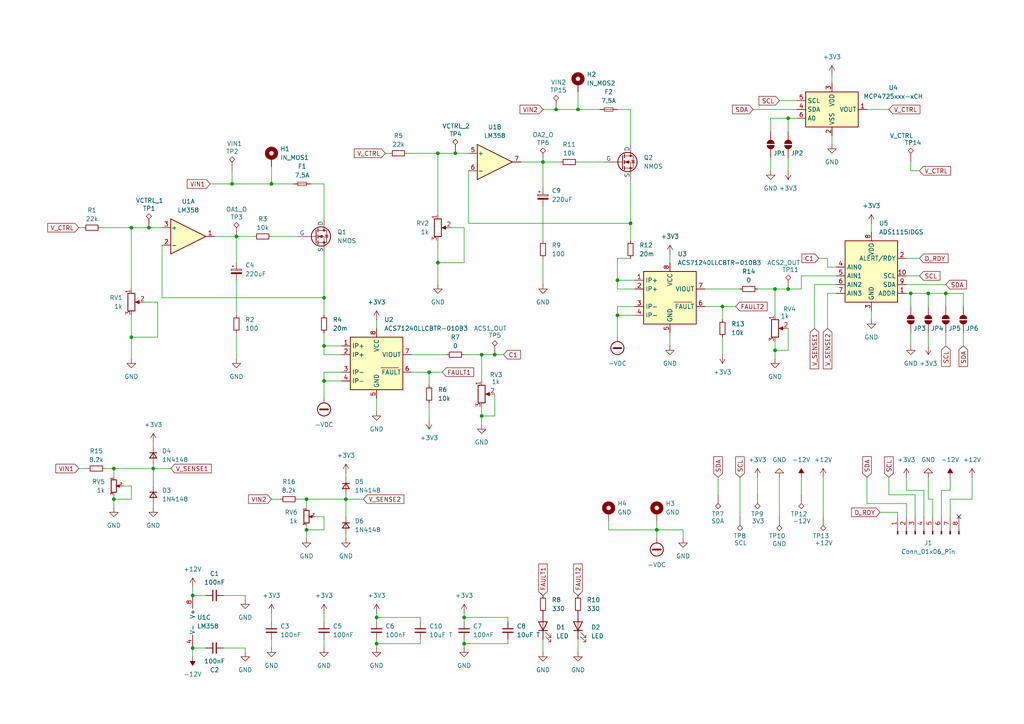
<source format=kicad_sch>
(kicad_sch (version 20231120) (generator "eeschema") (generator_version "8.0")
  (paper "A4")
  (junction (at 43.18 66.04))
  (junction (at 55.88 172.72))
  (junction (at 167.64 31.75))
  (junction (at 78.74 53.34))
  (junction (at 274.32 85.09))
  (junction (at 209.55 88.9))
  (junction (at 139.7 120.65))
  (junction (at 179.07 91.44))
  (junction (at 179.07 81.28))
  (junction (at 109.22 186.69))
  (junction (at 134.62 179.07))
  (junction (at 38.1 66.04))
  (junction (at 33.02 144.78))
  (junction (at 190.5 153.67))
  (junction (at 124.46 107.95))
  (junction (at 109.22 179.07))
  (junction (at 38.1 97.79))
  (junction (at 228.6 34.29))
  (junction (at 33.02 135.89))
  (junction (at 182.88 64.77))
  (junction (at 55.88 187.96))
  (junction (at 100.33 144.78))
  (junction (at 67.31 53.34))
  (junction (at 228.6 83.82))
  (junction (at 88.9 153.67))
  (junction (at 161.29 31.75))
  (junction (at 139.7 102.87))
  (junction (at 157.48 46.99))
  (junction (at 88.9 144.78))
  (junction (at 224.79 101.6))
  (junction (at 93.98 100.33))
  (junction (at 264.16 85.09))
  (junction (at 269.24 85.09))
  (junction (at 127 76.2))
  (junction (at 143.51 102.87))
  (junction (at 68.58 68.58))
  (junction (at 132.08 44.45))
  (junction (at 127 44.45))
  (junction (at 134.62 186.69))
  (junction (at 93.98 110.49))
  (junction (at 44.45 135.89))
  (junction (at 93.98 86.36))
  (junction (at 224.79 83.82))
  (no_connect (at 278.13 149.86))
  (wire (pts (xy 99.06 110.49) (xy 93.98 110.49)))
  (wire (pts (xy 64.77 187.96) (xy 71.12 187.96)))
  (wire (pts (xy 55.88 172.72) (xy 59.69 172.72)))
  (wire (pts (xy 194.31 96.52) (xy 194.31 100.33)))
  (wire (pts (xy 264.16 85.09) (xy 264.16 88.9)))
  (wire (pts (xy 262.89 138.43) (xy 262.89 142.24)))
  (wire (pts (xy 109.22 185.42) (xy 109.22 186.69)))
  (wire (pts (xy 139.7 118.11) (xy 139.7 120.65)))
  (wire (pts (xy 78.74 53.34) (xy 78.74 48.26)))
  (wire (pts (xy 46.99 71.12) (xy 46.99 86.36)))
  (wire (pts (xy 60.96 53.34) (xy 67.31 53.34)))
  (wire (pts (xy 93.98 110.49) (xy 93.98 115.57)))
  (wire (pts (xy 33.02 143.51) (xy 33.02 144.78)))
  (wire (pts (xy 90.17 53.34) (xy 93.98 53.34)))
  (wire (pts (xy 251.46 138.43) (xy 251.46 146.05)))
  (wire (pts (xy 88.9 144.78) (xy 100.33 144.78)))
  (wire (pts (xy 182.88 31.75) (xy 182.88 41.91)))
  (wire (pts (xy 182.88 64.77) (xy 182.88 69.85)))
  (wire (pts (xy 86.36 144.78) (xy 88.9 144.78)))
  (wire (pts (xy 55.88 187.96) (xy 55.88 190.5)))
  (wire (pts (xy 224.79 99.06) (xy 224.79 101.6)))
  (wire (pts (xy 204.47 88.9) (xy 209.55 88.9)))
  (wire (pts (xy 237.49 74.93) (xy 240.03 74.93)))
  (wire (pts (xy 281.94 144.78) (xy 275.59 144.78)))
  (wire (pts (xy 109.22 177.8) (xy 109.22 179.07)))
  (wire (pts (xy 139.7 120.65) (xy 143.51 120.65)))
  (wire (pts (xy 228.6 83.82) (xy 232.41 83.82)))
  (wire (pts (xy 274.32 85.09) (xy 279.4 85.09)))
  (wire (pts (xy 67.31 53.34) (xy 78.74 53.34)))
  (wire (pts (xy 182.88 52.07) (xy 182.88 64.77)))
  (wire (pts (xy 179.07 74.93) (xy 179.07 81.28)))
  (wire (pts (xy 252.73 64.77) (xy 252.73 67.31)))
  (wire (pts (xy 179.07 81.28) (xy 184.15 81.28)))
  (wire (pts (xy 100.33 144.78) (xy 100.33 149.86)))
  (wire (pts (xy 134.62 179.07) (xy 147.32 179.07)))
  (wire (pts (xy 264.16 85.09) (xy 269.24 85.09)))
  (wire (pts (xy 270.51 144.78) (xy 270.51 149.86)))
  (wire (pts (xy 22.86 66.04) (xy 24.13 66.04)))
  (wire (pts (xy 68.58 81.28) (xy 68.58 91.44)))
  (wire (pts (xy 238.76 138.43) (xy 238.76 149.86)))
  (wire (pts (xy 240.03 85.09) (xy 242.57 85.09)))
  (wire (pts (xy 209.55 97.79) (xy 209.55 102.87)))
  (wire (pts (xy 179.07 81.28) (xy 179.07 83.82)))
  (wire (pts (xy 88.9 144.78) (xy 88.9 147.32)))
  (wire (pts (xy 157.48 59.69) (xy 157.48 69.85)))
  (wire (pts (xy 134.62 186.69) (xy 147.32 186.69)))
  (wire (pts (xy 22.86 135.89) (xy 25.4 135.89)))
  (wire (pts (xy 127 69.85) (xy 127 76.2)))
  (wire (pts (xy 100.33 137.16) (xy 100.33 138.43)))
  (wire (pts (xy 46.99 86.36) (xy 93.98 86.36)))
  (wire (pts (xy 228.6 95.25) (xy 228.6 101.6)))
  (wire (pts (xy 184.15 91.44) (xy 179.07 91.44)))
  (wire (pts (xy 71.12 172.72) (xy 71.12 173.99)))
  (wire (pts (xy 240.03 95.25) (xy 240.03 85.09)))
  (wire (pts (xy 93.98 96.52) (xy 93.98 100.33)))
  (wire (pts (xy 93.98 100.33) (xy 99.06 100.33)))
  (wire (pts (xy 127 44.45) (xy 127 62.23)))
  (wire (pts (xy 119.38 107.95) (xy 124.46 107.95)))
  (wire (pts (xy 43.18 66.04) (xy 46.99 66.04)))
  (wire (pts (xy 232.41 83.82) (xy 232.41 80.01)))
  (wire (pts (xy 179.07 91.44) (xy 179.07 97.79)))
  (wire (pts (xy 134.62 179.07) (xy 134.62 180.34)))
  (wire (pts (xy 135.89 49.53) (xy 135.89 64.77)))
  (wire (pts (xy 38.1 144.78) (xy 33.02 144.78)))
  (wire (pts (xy 93.98 177.8) (xy 93.98 180.34)))
  (wire (pts (xy 179.07 74.93) (xy 182.88 74.93)))
  (wire (pts (xy 257.81 143.51) (xy 265.43 143.51)))
  (wire (pts (xy 99.06 107.95) (xy 93.98 107.95)))
  (wire (pts (xy 194.31 73.66) (xy 194.31 76.2)))
  (wire (pts (xy 38.1 140.97) (xy 38.1 144.78)))
  (wire (pts (xy 184.15 88.9) (xy 179.07 88.9)))
  (wire (pts (xy 274.32 85.09) (xy 274.32 88.9)))
  (wire (pts (xy 33.02 135.89) (xy 44.45 135.89)))
  (wire (pts (xy 134.62 186.69) (xy 134.62 187.96)))
  (wire (pts (xy 224.79 101.6) (xy 228.6 101.6)))
  (wire (pts (xy 78.74 185.42) (xy 78.74 187.96)))
  (wire (pts (xy 224.79 83.82) (xy 224.79 91.44)))
  (wire (pts (xy 240.03 74.93) (xy 240.03 77.47)))
  (wire (pts (xy 208.28 138.43) (xy 208.28 143.51)))
  (wire (pts (xy 93.98 107.95) (xy 93.98 110.49)))
  (wire (pts (xy 262.89 80.01) (xy 266.7 80.01)))
  (wire (pts (xy 167.64 185.42) (xy 167.64 189.23)))
  (wire (pts (xy 68.58 68.58) (xy 73.66 68.58)))
  (wire (pts (xy 93.98 100.33) (xy 93.98 102.87)))
  (wire (pts (xy 100.33 144.78) (xy 105.41 144.78)))
  (wire (pts (xy 269.24 85.09) (xy 274.32 85.09)))
  (wire (pts (xy 264.16 46.99) (xy 264.16 49.53)))
  (wire (pts (xy 275.59 144.78) (xy 275.59 149.86)))
  (wire (pts (xy 121.92 180.34) (xy 121.92 179.07)))
  (wire (pts (xy 219.71 138.43) (xy 219.71 143.51)))
  (wire (pts (xy 157.48 46.99) (xy 157.48 54.61)))
  (wire (pts (xy 93.98 53.34) (xy 93.98 63.5)))
  (wire (pts (xy 93.98 102.87) (xy 99.06 102.87)))
  (wire (pts (xy 119.38 102.87) (xy 129.54 102.87)))
  (wire (pts (xy 262.89 85.09) (xy 264.16 85.09)))
  (wire (pts (xy 279.4 85.09) (xy 279.4 88.9)))
  (wire (pts (xy 29.21 66.04) (xy 38.1 66.04)))
  (wire (pts (xy 264.16 49.53) (xy 266.7 49.53)))
  (wire (pts (xy 223.52 34.29) (xy 223.52 38.1)))
  (wire (pts (xy 134.62 66.04) (xy 134.62 76.2)))
  (wire (pts (xy 190.5 153.67) (xy 198.12 153.67)))
  (wire (pts (xy 262.89 146.05) (xy 262.89 149.86)))
  (wire (pts (xy 161.29 31.75) (xy 167.64 31.75)))
  (wire (pts (xy 219.71 83.82) (xy 224.79 83.82)))
  (wire (pts (xy 236.22 82.55) (xy 242.57 82.55)))
  (wire (pts (xy 260.35 149.86) (xy 260.35 148.59)))
  (wire (pts (xy 88.9 153.67) (xy 88.9 156.21)))
  (wire (pts (xy 274.32 96.52) (xy 274.32 100.33)))
  (wire (pts (xy 270.51 144.78) (xy 269.24 144.78)))
  (wire (pts (xy 179.07 88.9) (xy 179.07 91.44)))
  (wire (pts (xy 264.16 96.52) (xy 264.16 100.33)))
  (wire (pts (xy 228.6 45.72) (xy 228.6 49.53)))
  (wire (pts (xy 62.23 68.58) (xy 68.58 68.58)))
  (wire (pts (xy 35.56 140.97) (xy 38.1 140.97)))
  (wire (pts (xy 93.98 149.86) (xy 93.98 153.67)))
  (wire (pts (xy 88.9 152.4) (xy 88.9 153.67)))
  (wire (pts (xy 167.64 46.99) (xy 175.26 46.99)))
  (wire (pts (xy 67.31 49.53) (xy 67.31 53.34)))
  (wire (pts (xy 265.43 143.51) (xy 265.43 149.86)))
  (wire (pts (xy 134.62 102.87) (xy 139.7 102.87)))
  (wire (pts (xy 130.81 66.04) (xy 134.62 66.04)))
  (wire (pts (xy 93.98 86.36) (xy 93.98 91.44)))
  (wire (pts (xy 228.6 34.29) (xy 228.6 38.1)))
  (wire (pts (xy 78.74 68.58) (xy 86.36 68.58)))
  (wire (pts (xy 44.45 128.27) (xy 44.45 129.54)))
  (wire (pts (xy 214.63 138.43) (xy 214.63 149.86)))
  (wire (pts (xy 93.98 153.67) (xy 88.9 153.67)))
  (wire (pts (xy 93.98 185.42) (xy 93.98 187.96)))
  (wire (pts (xy 241.3 21.59) (xy 241.3 24.13)))
  (wire (pts (xy 226.06 29.21) (xy 231.14 29.21)))
  (wire (pts (xy 139.7 102.87) (xy 139.7 110.49)))
  (wire (pts (xy 267.97 142.24) (xy 267.97 149.86)))
  (wire (pts (xy 223.52 45.72) (xy 223.52 49.53)))
  (wire (pts (xy 38.1 97.79) (xy 38.1 104.14)))
  (wire (pts (xy 240.03 77.47) (xy 242.57 77.47)))
  (wire (pts (xy 85.09 53.34) (xy 78.74 53.34)))
  (wire (pts (xy 109.22 115.57) (xy 109.22 119.38)))
  (wire (pts (xy 121.92 185.42) (xy 121.92 186.69)))
  (wire (pts (xy 147.32 180.34) (xy 147.32 179.07)))
  (wire (pts (xy 176.53 153.67) (xy 190.5 153.67)))
  (wire (pts (xy 132.08 44.45) (xy 135.89 44.45)))
  (wire (pts (xy 33.02 144.78) (xy 33.02 147.32)))
  (wire (pts (xy 179.07 83.82) (xy 184.15 83.82)))
  (wire (pts (xy 157.48 185.42) (xy 157.48 189.23)))
  (wire (pts (xy 124.46 107.95) (xy 128.27 107.95)))
  (wire (pts (xy 38.1 66.04) (xy 43.18 66.04)))
  (wire (pts (xy 236.22 95.25) (xy 236.22 82.55)))
  (wire (pts (xy 45.72 97.79) (xy 38.1 97.79)))
  (wire (pts (xy 157.48 31.75) (xy 161.29 31.75)))
  (wire (pts (xy 179.07 31.75) (xy 182.88 31.75)))
  (wire (pts (xy 251.46 31.75) (xy 257.81 31.75)))
  (wire (pts (xy 109.22 92.71) (xy 109.22 95.25)))
  (wire (pts (xy 38.1 66.04) (xy 38.1 83.82)))
  (wire (pts (xy 209.55 88.9) (xy 213.36 88.9)))
  (wire (pts (xy 55.88 187.96) (xy 59.69 187.96)))
  (wire (pts (xy 78.74 144.78) (xy 81.28 144.78)))
  (wire (pts (xy 93.98 73.66) (xy 93.98 86.36)))
  (wire (pts (xy 226.06 138.43) (xy 226.06 149.86)))
  (wire (pts (xy 55.88 170.18) (xy 55.88 172.72)))
  (wire (pts (xy 279.4 96.52) (xy 279.4 100.33)))
  (wire (pts (xy 275.59 138.43) (xy 275.59 142.24)))
  (wire (pts (xy 157.48 74.93) (xy 157.48 82.55)))
  (wire (pts (xy 134.62 185.42) (xy 134.62 186.69)))
  (wire (pts (xy 167.64 31.75) (xy 167.64 26.67)))
  (wire (pts (xy 231.14 34.29) (xy 228.6 34.29)))
  (wire (pts (xy 275.59 142.24) (xy 273.05 142.24)))
  (wire (pts (xy 91.44 149.86) (xy 93.98 149.86)))
  (wire (pts (xy 228.6 34.29) (xy 223.52 34.29)))
  (wire (pts (xy 232.41 138.43) (xy 232.41 143.51)))
  (wire (pts (xy 100.33 143.51) (xy 100.33 144.78)))
  (wire (pts (xy 68.58 96.52) (xy 68.58 104.14)))
  (wire (pts (xy 262.89 82.55) (xy 274.32 82.55)))
  (wire (pts (xy 111.76 44.45) (xy 113.03 44.45)))
  (wire (pts (xy 273.05 142.24) (xy 273.05 149.86)))
  (wire (pts (xy 38.1 91.44) (xy 38.1 97.79)))
  (wire (pts (xy 143.51 102.87) (xy 146.05 102.87)))
  (wire (pts (xy 204.47 83.82) (xy 214.63 83.82)))
  (wire (pts (xy 190.5 156.21) (xy 190.5 153.67)))
  (wire (pts (xy 232.41 80.01) (xy 242.57 80.01)))
  (wire (pts (xy 44.45 134.62) (xy 44.45 135.89)))
  (wire (pts (xy 33.02 135.89) (xy 33.02 138.43)))
  (wire (pts (xy 109.22 186.69) (xy 121.92 186.69)))
  (wire (pts (xy 218.44 31.75) (xy 231.14 31.75)))
  (wire (pts (xy 262.89 142.24) (xy 267.97 142.24)))
  (wire (pts (xy 44.45 135.89) (xy 49.53 135.89)))
  (wire (pts (xy 190.5 151.13) (xy 190.5 153.67)))
  (wire (pts (xy 100.33 154.94) (xy 100.33 156.21)))
  (wire (pts (xy 118.11 44.45) (xy 127 44.45)))
  (wire (pts (xy 262.89 74.93) (xy 266.7 74.93)))
  (wire (pts (xy 71.12 187.96) (xy 71.12 189.23)))
  (wire (pts (xy 134.62 177.8) (xy 134.62 179.07)))
  (wire (pts (xy 269.24 138.43) (xy 269.24 144.78)))
  (wire (pts (xy 143.51 114.3) (xy 143.51 120.65)))
  (wire (pts (xy 139.7 120.65) (xy 139.7 123.19)))
  (wire (pts (xy 30.48 135.89) (xy 33.02 135.89)))
  (wire (pts (xy 251.46 146.05) (xy 262.89 146.05)))
  (wire (pts (xy 44.45 146.05) (xy 44.45 147.32)))
  (wire (pts (xy 78.74 177.8) (xy 78.74 180.34)))
  (wire (pts (xy 157.48 46.99) (xy 162.56 46.99)))
  (wire (pts (xy 151.13 46.99) (xy 157.48 46.99)))
  (wire (pts (xy 68.58 68.58) (xy 68.58 76.2)))
  (wire (pts (xy 44.45 135.89) (xy 44.45 140.97)))
  (wire (pts (xy 198.12 153.67) (xy 198.12 156.21)))
  (wire (pts (xy 224.79 83.82) (xy 228.6 83.82)))
  (wire (pts (xy 281.94 138.43) (xy 281.94 144.78)))
  (wire (pts (xy 252.73 90.17) (xy 252.73 92.71)))
  (wire (pts (xy 224.79 101.6) (xy 224.79 104.14)))
  (wire (pts (xy 64.77 172.72) (xy 71.12 172.72)))
  (wire (pts (xy 176.53 151.13) (xy 176.53 153.67)))
  (wire (pts (xy 134.62 76.2) (xy 127 76.2)))
  (wire (pts (xy 124.46 107.95) (xy 124.46 111.76)))
  (wire (pts (xy 127 44.45) (xy 132.08 44.45)))
  (wire (pts (xy 109.22 186.69) (xy 109.22 187.96)))
  (wire (pts (xy 147.32 185.42) (xy 147.32 186.69)))
  (wire (pts (xy 269.24 85.09) (xy 269.24 88.9)))
  (wire (pts (xy 127 76.2) (xy 127 82.55)))
  (wire (pts (xy 209.55 88.9) (xy 209.55 92.71)))
  (wire (pts (xy 109.22 179.07) (xy 121.92 179.07)))
  (wire (pts (xy 257.81 138.43) (xy 257.81 143.51)))
  (wire (pts (xy 269.24 96.52) (xy 269.24 100.33)))
  (wire (pts (xy 173.99 31.75) (xy 167.64 31.75)))
  (wire (pts (xy 45.72 87.63) (xy 45.72 97.79)))
  (wire (pts (xy 139.7 102.87) (xy 143.51 102.87)))
  (wire (pts (xy 124.46 116.84) (xy 124.46 121.92)))
  (wire (pts (xy 260.35 148.59) (xy 255.27 148.59)))
  (wire (pts (xy 241.3 39.37) (xy 241.3 41.91)))
  (wire (pts (xy 41.91 87.63) (xy 45.72 87.63)))
  (wire (pts (xy 135.89 64.77) (xy 182.88 64.77)))
  (wire (pts (xy 109.22 179.07) (xy 109.22 180.34)))
  (global_label "FAULT2" (shape input) (at 167.64 172.72 90) (property "Intersheetrefs" "${INTERSHEET_REFS}" (effects (hide yes))))
  (global_label "FAULT1" (shape input) (at 157.48 172.72 90) (property "Intersheetrefs" "${INTERSHEET_REFS}" (effects (hide yes))))
  (global_label "V_CTRL" (shape input) (at 111.76 44.45 180) (property "Intersheetrefs" "${INTERSHEET_REFS}" (effects (hide yes))))
  (global_label "SDA" (shape input) (at 208.28 138.43 90) (property "Intersheetrefs" "${INTERSHEET_REFS}" (effects (hide yes))))
  (global_label "FAULT1" (shape input) (at 128.27 107.95 0) (property "Intersheetrefs" "${INTERSHEET_REFS}" (effects (hide yes))))
  (global_label "VIN1" (shape input) (at 60.96 53.34 180) (property "Intersheetrefs" "${INTERSHEET_REFS}" (effects (hide yes))))
  (global_label "V_CTRL" (shape input) (at 266.7 49.53 0) (property "Intersheetrefs" "${INTERSHEET_REFS}" (effects (hide yes))))
  (global_label "SCL" (shape input) (at 274.32 100.33 270) (property "Intersheetrefs" "${INTERSHEET_REFS}" (effects (hide yes))))
  (global_label "C1" (shape input) (at 146.05 102.87 0) (property "Intersheetrefs" "${INTERSHEET_REFS}" (effects (hide yes))))
  (global_label "SCL" (shape input) (at 226.06 29.21 180) (property "Intersheetrefs" "${INTERSHEET_REFS}" (effects (hide yes))))
  (global_label "VIN2" (shape input) (at 157.48 31.75 180) (property "Intersheetrefs" "${INTERSHEET_REFS}" (effects (hide yes))))
  (global_label "D_RDY" (shape input) (at 255.27 148.59 180) (property "Intersheetrefs" "${INTERSHEET_REFS}" (effects (hide yes))))
  (global_label "VIN2" (shape input) (at 78.74 144.78 180) (property "Intersheetrefs" "${INTERSHEET_REFS}" (effects (hide yes))))
  (global_label "V_SENSE2" (shape input) (at 105.41 144.78 0) (property "Intersheetrefs" "${INTERSHEET_REFS}" (effects (hide yes))))
  (global_label "SDA" (shape input) (at 251.46 138.43 90) (property "Intersheetrefs" "${INTERSHEET_REFS}" (effects (hide yes))))
  (global_label "SDA" (shape input) (at 279.4 100.33 270) (property "Intersheetrefs" "${INTERSHEET_REFS}" (effects (hide yes))))
  (global_label "SDA" (shape input) (at 218.44 31.75 180) (property "Intersheetrefs" "${INTERSHEET_REFS}" (effects (hide yes))))
  (global_label "SCL" (shape input) (at 214.63 138.43 90) (property "Intersheetrefs" "${INTERSHEET_REFS}" (effects (hide yes))))
  (global_label "SDA" (shape input) (at 274.32 82.55 0) (property "Intersheetrefs" "${INTERSHEET_REFS}" (effects (hide yes))))
  (global_label "D_RDY" (shape input) (at 266.7 74.93 0) (property "Intersheetrefs" "${INTERSHEET_REFS}" (effects (hide yes))))
  (global_label "V_SENSE2" (shape input) (at 240.03 95.25 270) (property "Intersheetrefs" "${INTERSHEET_REFS}" (effects (hide yes))))
  (global_label "SCL" (shape input) (at 266.7 80.01 0) (property "Intersheetrefs" "${INTERSHEET_REFS}" (effects (hide yes))))
  (global_label "VIN1" (shape input) (at 22.86 135.89 180) (property "Intersheetrefs" "${INTERSHEET_REFS}" (effects (hide yes))))
  (global_label "FAULT2" (shape input) (at 213.36 88.9 0) (property "Intersheetrefs" "${INTERSHEET_REFS}" (effects (hide yes))))
  (global_label "V_CTRL" (shape input) (at 257.81 31.75 0) (property "Intersheetrefs" "${INTERSHEET_REFS}" (effects (hide yes))))
  (global_label "SCL" (shape input) (at 257.81 138.43 90) (property "Intersheetrefs" "${INTERSHEET_REFS}" (effects (hide yes))))
  (global_label "V_SENSE1" (shape input) (at 49.53 135.89 0) (property "Intersheetrefs" "${INTERSHEET_REFS}" (effects (hide yes))))
  (global_label "C1" (shape input) (at 237.49 74.93 180) (property "Intersheetrefs" "${INTERSHEET_REFS}" (effects (hide yes))))
  (global_label "V_CTRL" (shape input) (at 22.86 66.04 180) (property "Intersheetrefs" "${INTERSHEET_REFS}" (effects (hide yes))))
  (global_label "V_SENSE1" (shape input) (at 236.22 95.25 270) (property "Intersheetrefs" "${INTERSHEET_REFS}" (effects (hide yes))))
  (symbol (lib_id "Device:D_Small") (at 100.33 140.97 270) (unit 1)
    (property "Reference" "D5" (at 102.87 139.6999 90) (effects (justify left)))
    (property "Value" "1N4148" (at 102.87 142.2399 90) (effects (justify left)))
    (property "Footprint" "Diode_SMD:D_SOD-323" (effects (hide yes)))
    (property "Description" "Diode, small symbol" (effects (hide yes)))
    (property "Sim.Device" "D" (effects (hide yes)))
    (property "Sim.Pins" "1=K 2=A" (effects (hide yes)))
  )
  (symbol (lib_id "power:GND") (at 157.48 82.55 0) (unit 1)
    (property "Reference" "#PWR023" (effects (hide yes)))
    (property "Value" "GND" (at 157.48 87.63 0))
    (property "Description" "Power symbol creates a global label with name \"GND\" , ground" (effects (hide yes)))
  )
  (symbol (lib_id "Device:R_Small") (at 217.17 83.82 90) (unit 1)
    (property "Reference" "R14" (at 217.17 78.74 90))
    (property "Value" "0" (at 217.17 81.28 90))
    (property "Footprint" "Resistor_SMD:R_0805_2012Metric" (effects (hide yes)))
    (property "Description" "Resistor, small symbol" (effects (hide yes)))
  )
  (symbol (lib_id "power:+3V3") (at 228.6 49.53 180) (unit 1)
    (property "Reference" "#PWR035" (effects (hide yes)))
    (property "Value" "+3V3" (at 228.6 54.61 0))
    (property "Description" "Power symbol creates a global label with name \"+3V3\"" (effects (hide yes)))
  )
  (symbol (lib_id "power:-VDC") (at 93.98 115.57 180) (unit 1)
    (property "Reference" "#PWR014" (effects (hide yes)))
    (property "Value" "-VDC" (at 93.98 123.19 0))
    (property "Description" "Power symbol creates a global label with name \"-VDC\"" (effects (hide yes)))
  )
  (symbol (lib_id "power:GND") (at 224.79 104.14 0) (unit 1)
    (property "Reference" "#PWR036" (effects (hide yes)))
    (property "Value" "GND" (at 224.79 109.22 0))
    (property "Description" "Power symbol creates a global label with name \"GND\" , ground" (effects (hide yes)))
  )
  (symbol (lib_id "Connector:TestPoint_Alt") (at 238.76 149.86 180) (unit 1)
    (property "Reference" "TP13" (at 240.538 155.448 0) (effects (justify left)))
    (property "Value" "+12V" (at 241.554 157.48 0) (effects (justify left)))
    (property "Footprint" "TestPoint:TestPoint_Pad_D2.5mm" (effects (hide yes)))
    (property "Description" "test point (alternative shape)" (effects (hide yes)))
  )
  (symbol (lib_id "power:-12V") (at 275.59 138.43 0) (unit 1)
    (property "Reference" "#PWR047" (effects (hide yes)))
    (property "Value" "-12V" (at 275.59 133.35 0))
    (property "Description" "Power symbol creates a global label with name \"-12V\"" (effects (hide yes)))
  )
  (symbol (lib_id "power:GND") (at 100.33 156.21 0) (unit 1)
    (property "Reference" "#PWR052" (effects (hide yes)))
    (property "Value" "GND" (at 100.33 161.29 0))
    (property "Description" "Power symbol creates a global label with name \"GND\" , ground" (effects (hide yes)))
  )
  (symbol (lib_id "power:GND") (at 241.3 41.91 0) (unit 1)
    (property "Reference" "#PWR040" (effects (hide yes)))
    (property "Value" "GND" (at 241.3 46.99 0))
    (property "Description" "Power symbol creates a global label with name \"GND\" , ground" (effects (hide yes)))
  )
  (symbol (lib_id "Device:C_Small") (at 121.92 182.88 0) (unit 1)
    (property "Reference" "C10" (at 124.46 181.6162 0) (effects (justify left)))
    (property "Value" "10uF T" (at 124.46 184.1562 0) (effects (justify left)))
    (property "Footprint" "Capacitor_SMD:C_1206_3216Metric" (effects (hide yes)))
    (property "Description" "Unpolarized capacitor, small symbol" (effects (hide yes)))
  )
  (symbol (lib_id "power:+3V3") (at 219.71 138.43 0) (unit 1)
    (property "Reference" "#PWR032" (effects (hide yes)))
    (property "Value" "+3V3" (at 219.71 133.35 0))
    (property "Description" "Power symbol creates a global label with name \"+3V3\"" (effects (hide yes)))
  )
  (symbol (lib_id "Device:R_Small") (at 132.08 102.87 90) (unit 1)
    (property "Reference" "R7" (at 132.08 97.79 90))
    (property "Value" "0" (at 132.08 100.33 90))
    (property "Footprint" "Resistor_SMD:R_0805_2012Metric" (effects (hide yes)))
    (property "Description" "Resistor, small symbol" (effects (hide yes)))
  )
  (symbol (lib_id "Device:LED") (at 157.48 181.61 90) (unit 1)
    (property "Reference" "D1" (at 161.29 181.9274 90) (effects (justify right)))
    (property "Value" "LED" (at 161.29 184.4674 90) (effects (justify right)))
    (property "Footprint" "LED_SMD:LED_0805_2012Metric" (effects (hide yes)))
    (property "Description" "Light emitting diode" (effects (hide yes)))
  )
  (symbol (lib_id "Device:R_Potentiometer") (at 38.1 87.63 0) (unit 1)
    (property "Reference" "RV1" (at 35.56 86.3599 0) (effects (justify right)))
    (property "Value" "1k" (at 35.56 88.8999 0) (effects (justify right)))
    (property "Footprint" "Potentiometer_THT:Potentiometer_Bourns_3296W_Vertical" (effects (hide yes)))
    (property "Description" "Potentiometer" (effects (hide yes)))
  )
  (symbol (lib_id "power:+3V3") (at 109.22 92.71 0) (unit 1)
    (property "Reference" "#PWR017" (effects (hide yes)))
    (property "Value" "+3V3" (at 109.22 87.63 0))
    (property "Description" "Power symbol creates a global label with name \"+3V3\"" (effects (hide yes)))
  )
  (symbol (lib_id "Device:C_Polarized_Small") (at 157.48 57.15 0) (unit 1)
    (property "Reference" "C9" (at 160.02 55.3338 0) (effects (justify left)))
    (property "Value" "220uF" (at 160.02 57.8738 0) (effects (justify left)))
    (property "Footprint" "Capacitor_SMD:CP_Elec_6.3x5.8" (effects (hide yes)))
    (property "Description" "Polarized capacitor, small symbol" (effects (hide yes)))
  )
  (symbol (lib_id "power:GND") (at 157.48 189.23 0) (unit 1)
    (property "Reference" "#PWR022" (effects (hide yes)))
    (property "Value" "GND" (at 157.48 194.31 0))
    (property "Description" "Power symbol creates a global label with name \"GND\" , ground" (effects (hide yes)))
  )
  (symbol (lib_id "Mechanical:MountingHole_Pad_MP") (at 167.64 24.13 0) (unit 1) (exclude_from_sim yes) (in_bom no)
    (property "Reference" "H2" (at 170.18 21.5899 0) (effects (justify left)))
    (property "Value" "IN_MOS2" (at 170.18 24.1299 0) (effects (justify left)))
    (property "Footprint" "MountingHole:MountingHole_5.3mm_M5_Pad_Via" (effects (hide yes)))
    (property "Description" "Mounting Hole with connection as pad named MP" (effects (hide yes)))
  )
  (symbol (lib_id "Amplifier_Operational:LM358") (at 54.61 68.58 0) (unit 1)
    (property "Reference" "U1" (at 54.61 58.42 0))
    (property "Value" "LM358" (at 54.61 60.96 0))
    (property "Footprint" "Package_SO:SOIC-8_3.9x4.9mm_P1.27mm" (effects (hide yes)))
    (property "Datasheet" "http://www.ti.com/lit/ds/symlink/lm2904-n.pdf" (effects (hide yes)))
    (property "Description" "Low-Power, Dual Operational Amplifiers, DIP-8/SOIC-8/TO-99-8" (effects (hide yes)))
  )
  (symbol (lib_id "power:+3V3") (at 262.89 138.43 0) (unit 1)
    (property "Reference" "#PWR043" (effects (hide yes)))
    (property "Value" "+3V3" (at 262.89 133.35 0))
    (property "Description" "Power symbol creates a global label with name \"+3V3\"" (effects (hide yes)))
  )
  (symbol (lib_id "power:GND") (at 194.31 100.33 0) (unit 1)
    (property "Reference" "#PWR029" (effects (hide yes)))
    (property "Value" "GND" (at 194.31 105.41 0))
    (property "Description" "Power symbol creates a global label with name \"GND\" , ground" (effects (hide yes)))
  )
  (symbol (lib_id "power:+3V3") (at 93.98 177.8 0) (unit 1)
    (property "Reference" "#PWR09" (effects (hide yes)))
    (property "Value" "+3V3" (at 93.98 172.72 0))
    (property "Description" "Power symbol creates a global label with name \"+3V3\"" (effects (hide yes)))
  )
  (symbol (lib_id "Connector:TestPoint_Alt") (at 208.28 143.51 180) (unit 1)
    (property "Reference" "TP7" (at 210.058 149.098 0) (effects (justify left)))
    (property "Value" "SDA" (at 210.058 151.13 0) (effects (justify left)))
    (property "Footprint" "TestPoint:TestPoint_Pad_D2.5mm" (effects (hide yes)))
    (property "Description" "test point (alternative shape)" (effects (hide yes)))
  )
  (symbol (lib_id "Connector:TestPoint_Alt") (at 264.16 46.99 0) (unit 1)
    (property "Reference" "TP14" (at 262.382 41.402 0) (effects (justify left)))
    (property "Value" "V_CTRL" (at 258.064 39.37 0) (effects (justify left)))
    (property "Footprint" "TestPoint:TestPoint_Pad_D2.5mm" (effects (hide yes)))
    (property "Description" "test point (alternative shape)" (effects (hide yes)))
  )
  (symbol (lib_id "Device:R_Small") (at 27.94 135.89 90) (unit 1)
    (property "Reference" "R15" (at 27.94 130.81 90))
    (property "Value" "8.2k" (at 27.94 133.35 90))
    (property "Footprint" "Resistor_SMD:R_0805_2012Metric" (effects (hide yes)))
    (property "Description" "Resistor, small symbol" (effects (hide yes)))
  )
  (symbol (lib_id "power:GND") (at 88.9 156.21 0) (unit 1)
    (property "Reference" "#PWR050" (effects (hide yes)))
    (property "Value" "GND" (at 88.9 161.29 0))
    (property "Description" "Power symbol creates a global label with name \"GND\" , ground" (effects (hide yes)))
  )
  (symbol (lib_id "power:GND") (at 109.22 187.96 0) (unit 1)
    (property "Reference" "#PWR013" (effects (hide yes)))
    (property "Value" "GND" (at 109.22 193.04 0))
    (property "Description" "Power symbol creates a global label with name \"GND\" , ground" (effects (hide yes)))
  )
  (symbol (lib_id "power:+3V3") (at 109.22 177.8 0) (unit 1)
    (property "Reference" "#PWR012" (effects (hide yes)))
    (property "Value" "+3V3" (at 109.22 172.72 0))
    (property "Description" "Power symbol creates a global label with name \"+3V3\"" (effects (hide yes)))
  )
  (symbol (lib_id "power:+12V") (at 281.94 138.43 0) (unit 1)
    (property "Reference" "#PWR048" (effects (hide yes)))
    (property "Value" "+12V" (at 281.94 133.35 0))
    (property "Description" "Power symbol creates a global label with name \"+12V\"" (effects (hide yes)))
  )
  (symbol (lib_id "Connector:TestPoint_Alt") (at 157.48 46.99 0) (unit 1)
    (property "Reference" "TP6" (at 155.702 41.402 0) (effects (justify left)))
    (property "Value" "OA2_O" (at 154.432 39.116 0) (effects (justify left)))
    (property "Footprint" "TestPoint:TestPoint_Pad_D2.5mm" (effects (hide yes)))
    (property "Description" "test point (alternative shape)" (effects (hide yes)))
  )
  (symbol (lib_id "Connector:TestPoint_Alt") (at 67.31 49.53 0) (unit 1)
    (property "Reference" "TP2" (at 65.532 43.942 0) (effects (justify left)))
    (property "Value" "VIN1" (at 65.786 41.656 0) (effects (justify left)))
    (property "Footprint" "TestPoint:TestPoint_Pad_D2.5mm" (effects (hide yes)))
    (property "Description" "test point (alternative shape)" (effects (hide yes)))
  )
  (symbol (lib_id "Jumper:SolderJumper_2_Open") (at 269.24 92.71 90) (unit 1) (exclude_from_sim yes) (in_bom no)
    (property "Reference" "JP4" (at 270.002 95.25 90) (effects (justify right)))
    (property "Value" "SolderJumper_2_Open" (effects (hide yes)))
    (property "Footprint" "Jumper:SolderJumper-2_P1.3mm_Open_RoundedPad1.0x1.5mm" (effects (hide yes)))
    (property "Description" "Solder Jumper, 2-pole, open" (effects (hide yes)))
  )
  (symbol (lib_id "power:+12V") (at 55.88 170.18 0) (unit 1)
    (property "Reference" "#PWR01" (effects (hide yes)))
    (property "Value" "+12V" (at 55.88 165.1 0))
    (property "Description" "Power symbol creates a global label with name \"+12V\"" (effects (hide yes)))
  )
  (symbol (lib_id "Device:LED") (at 167.64 181.61 90) (unit 1)
    (property "Reference" "D2" (at 171.45 181.9274 90) (effects (justify right)))
    (property "Value" "LED" (at 171.45 184.4674 90) (effects (justify right)))
    (property "Footprint" "LED_SMD:LED_0805_2012Metric" (effects (hide yes)))
    (property "Description" "Light emitting diode" (effects (hide yes)))
  )
  (symbol (lib_id "power:GND") (at 167.64 189.23 0) (unit 1)
    (property "Reference" "#PWR024" (effects (hide yes)))
    (property "Value" "GND" (at 167.64 194.31 0))
    (property "Description" "Power symbol creates a global label with name \"GND\" , ground" (effects (hide yes)))
  )
  (symbol (lib_id "Device:C_Small") (at 109.22 182.88 0) (unit 1)
    (property "Reference" "C6" (at 111.76 181.6162 0) (effects (justify left)))
    (property "Value" "100nF" (at 111.76 184.1562 0) (effects (justify left)))
    (property "Footprint" "Capacitor_SMD:C_0805_2012Metric" (effects (hide yes)))
    (property "Description" "Unpolarized capacitor, small symbol" (effects (hide yes)))
  )
  (symbol (lib_id "power:GND") (at 264.16 100.33 0) (unit 1)
    (property "Reference" "#PWR044" (effects (hide yes)))
    (property "Value" "GND" (at 264.16 105.41 0))
    (property "Description" "Power symbol creates a global label with name \"GND\" , ground" (effects (hide yes)))
  )
  (symbol (lib_id "power:-12V") (at 55.88 190.5 180) (unit 1)
    (property "Reference" "#PWR02" (effects (hide yes)))
    (property "Value" "-12V" (at 55.88 195.58 0))
    (property "Description" "Power symbol creates a global label with name \"-12V\"" (effects (hide yes)))
  )
  (symbol (lib_id "power:+3V3") (at 269.24 100.33 180) (unit 1)
    (property "Reference" "#PWR045" (effects (hide yes)))
    (property "Value" "+3V3" (at 269.24 105.41 0))
    (property "Description" "Power symbol creates a global label with name \"+3V3\"" (effects (hide yes)))
  )
  (symbol (lib_id "Device:R_Potentiometer") (at 224.79 95.25 0) (unit 1)
    (property "Reference" "RV4" (at 230.886 89.662 0) (effects (justify right)))
    (property "Value" "1k" (at 228.854 91.694 0) (effects (justify right)))
    (property "Footprint" "Potentiometer_THT:Potentiometer_Bourns_3296W_Vertical" (effects (hide yes)))
    (property "Description" "Potentiometer" (effects (hide yes)))
  )
  (symbol (lib_id "Device:C_Small") (at 134.62 182.88 0) (unit 1)
    (property "Reference" "C7" (at 137.16 181.6162 0) (effects (justify left)))
    (property "Value" "100nF" (at 137.16 184.1562 0) (effects (justify left)))
    (property "Footprint" "Capacitor_SMD:C_0805_2012Metric" (effects (hide yes)))
    (property "Description" "Unpolarized capacitor, small symbol" (effects (hide yes)))
  )
  (symbol (lib_id "Device:C_Small") (at 62.23 187.96 90) (mirror x) (unit 1)
    (property "Reference" "C2" (at 62.2363 194.31 90))
    (property "Value" "100nF" (at 62.2363 191.77 90))
    (property "Footprint" "Capacitor_SMD:C_0805_2012Metric" (effects (hide yes)))
    (property "Description" "Unpolarized capacitor, small symbol" (effects (hide yes)))
  )
  (symbol (lib_id "power:-VDC") (at 179.07 97.79 180) (unit 1)
    (property "Reference" "#PWR026" (effects (hide yes)))
    (property "Value" "-VDC" (at 179.07 105.41 0))
    (property "Description" "Power symbol creates a global label with name \"-VDC\"" (effects (hide yes)))
  )
  (symbol (lib_id "Device:R_Small") (at 167.64 175.26 0) (unit 1)
    (property "Reference" "R10" (at 170.18 173.9899 0) (effects (justify left)))
    (property "Value" "330" (at 170.18 176.5299 0) (effects (justify left)))
    (property "Footprint" "Resistor_SMD:R_0805_2012Metric" (effects (hide yes)))
    (property "Description" "Resistor, small symbol" (effects (hide yes)))
  )
  (symbol (lib_id "Device:R_Small") (at 157.48 175.26 0) (unit 1)
    (property "Reference" "R8" (at 160.02 173.9899 0) (effects (justify left)))
    (property "Value" "330" (at 160.02 176.5299 0) (effects (justify left)))
    (property "Footprint" "Resistor_SMD:R_0805_2012Metric" (effects (hide yes)))
    (property "Description" "Resistor, small symbol" (effects (hide yes)))
  )
  (symbol (lib_id "power:+3V3") (at 78.74 177.8 0) (unit 1)
    (property "Reference" "#PWR06" (effects (hide yes)))
    (property "Value" "+3V3" (at 78.74 172.72 0))
    (property "Description" "Power symbol creates a global label with name \"+3V3\"" (effects (hide yes)))
  )
  (symbol (lib_id "power:GND") (at 198.12 156.21 0) (unit 1)
    (property "Reference" "#PWR030" (effects (hide yes)))
    (property "Value" "GND" (at 198.12 161.29 0))
    (property "Description" "Power symbol creates a global label with name \"GND\" , ground" (effects (hide yes)))
  )
  (symbol (lib_id "Device:R_Small") (at 124.46 114.3 0) (unit 1)
    (property "Reference" "R6" (at 127 113.0299 0) (effects (justify left)))
    (property "Value" "10k" (at 127 115.5699 0) (effects (justify left)))
    (property "Footprint" "Resistor_SMD:R_0805_2012Metric" (effects (hide yes)))
    (property "Description" "Resistor, small symbol" (effects (hide yes)))
  )
  (symbol (lib_id "Connector:TestPoint_Alt") (at 232.41 143.51 180) (unit 1)
    (property "Reference" "TP12" (at 234.188 149.098 0) (effects (justify left)))
    (property "Value" "-12V" (at 235.204 151.13 0) (effects (justify left)))
    (property "Footprint" "TestPoint:TestPoint_Pad_D2.5mm" (effects (hide yes)))
    (property "Description" "test point (alternative shape)" (effects (hide yes)))
  )
  (symbol (lib_id "Mechanical:MountingHole_Pad_MP") (at 190.5 148.59 0) (unit 1) (exclude_from_sim yes) (in_bom no)
    (property "Reference" "H3" (at 193.04 146.0499 0) (effects (justify left)))
    (property "Value" "GND" (at 193.04 148.5899 0) (effects (justify left)))
    (property "Footprint" "MountingHole:MountingHole_5.3mm_M5_Pad_Via" (effects (hide yes)))
    (property "Description" "Mounting Hole with connection as pad named MP" (effects (hide yes)))
  )
  (symbol (lib_id "power:GND") (at 127 82.55 0) (unit 1)
    (property "Reference" "#PWR020" (effects (hide yes)))
    (property "Value" "GND" (at 127 87.63 0))
    (property "Description" "Power symbol creates a global label with name \"GND\" , ground" (effects (hide yes)))
  )
  (symbol (lib_id "Device:R_Potentiometer") (at 127 66.04 0) (unit 1)
    (property "Reference" "RV2" (at 124.46 64.7699 0) (effects (justify right)))
    (property "Value" "1k" (at 124.46 67.3099 0) (effects (justify right)))
    (property "Footprint" "Potentiometer_THT:Potentiometer_Bourns_3296W_Vertical" (effects (hide yes)))
    (property "Description" "Potentiometer" (effects (hide yes)))
  )
  (symbol (lib_id "Device:R_Small") (at 182.88 72.39 0) (unit 1)
    (property "Reference" "R12" (at 185.42 71.1199 0) (effects (justify left)))
    (property "Value" "20m" (at 185.42 73.6599 0) (effects (justify left)))
    (property "Footprint" "Resistor_SMD:R_1210_3225Metric_Pad1.30x2.65mm_HandSolder" (effects (hide yes)))
    (property "Description" "Resistor, small symbol" (effects (hide yes)))
  )
  (symbol (lib_id "Amplifier_Operational:LM358") (at 58.42 180.34 0) (unit 3)
    (property "Reference" "U1" (at 57.15 179.0699 0) (effects (justify left)))
    (property "Value" "LM358" (at 57.15 181.6099 0) (effects (justify left)))
    (property "Footprint" "Package_SO:SOIC-8_3.9x4.9mm_P1.27mm" (effects (hide yes)))
    (property "Datasheet" "http://www.ti.com/lit/ds/symlink/lm2904-n.pdf" (effects (hide yes)))
    (property "Description" "Low-Power, Dual Operational Amplifiers, DIP-8/SOIC-8/TO-99-8" (effects (hide yes)))
  )
  (symbol (lib_id "Connector:Conn_01x08_Pin") (at 267.97 154.94 90) (unit 1)
    (property "Reference" "J1" (at 269.24 157.48 90))
    (property "Value" "Conn_01x06_Pin" (at 269.24 160.02 90))
    (property "Footprint" "Connector_JST:JST_XH_B8B-XH-A_1x08_P2.50mm_Vertical" (effects (hide yes)))
    (property "Description" "Generic connector, single row, 01x08, script generated" (effects (hide yes)))
  )
  (symbol (lib_id "Device:R_Small") (at 209.55 95.25 0) (unit 1)
    (property "Reference" "R13" (at 212.09 93.9799 0) (effects (justify left)))
    (property "Value" "10k" (at 212.09 96.5199 0) (effects (justify left)))
    (property "Footprint" "Resistor_SMD:R_0805_2012Metric" (effects (hide yes)))
    (property "Description" "Resistor, small symbol" (effects (hide yes)))
  )
  (symbol (lib_id "Jumper:SolderJumper_2_Open") (at 264.16 92.71 90) (unit 1) (exclude_from_sim yes) (in_bom no)
    (property "Reference" "JP3" (at 264.922 95.25 90) (effects (justify right)))
    (property "Value" "SolderJumper_2_Open" (effects (hide yes)))
    (property "Footprint" "Jumper:SolderJumper-2_P1.3mm_Open_RoundedPad1.0x1.5mm" (effects (hide yes)))
    (property "Description" "Solder Jumper, 2-pole, open" (effects (hide yes)))
  )
  (symbol (lib_id "Connector:TestPoint_Alt") (at 68.58 68.58 0) (unit 1)
    (property "Reference" "TP3" (at 66.802 62.992 0) (effects (justify left)))
    (property "Value" "OA1_O" (at 65.532 60.706 0) (effects (justify left)))
    (property "Footprint" "TestPoint:TestPoint_Pad_D2.5mm" (effects (hide yes)))
    (property "Description" "test point (alternative shape)" (effects (hide yes)))
  )
  (symbol (lib_id "power:GND") (at 134.62 187.96 0) (unit 1)
    (property "Reference" "#PWR016" (effects (hide yes)))
    (property "Value" "GND" (at 134.62 193.04 0))
    (property "Description" "Power symbol creates a global label with name \"GND\" , ground" (effects (hide yes)))
  )
  (symbol (lib_id "power:-12V") (at 232.41 138.43 0) (unit 1)
    (property "Reference" "#PWR037" (effects (hide yes)))
    (property "Value" "-12V" (at 232.41 133.35 0))
    (property "Description" "Power symbol creates a global label with name \"-12V\"" (effects (hide yes)))
  )
  (symbol (lib_id "Simulation_SPICE:NMOS") (at 91.44 68.58 0) (unit 1)
    (property "Reference" "Q1" (at 97.79 67.3099 0) (effects (justify left)))
    (property "Value" "NMOS" (at 97.79 69.8499 0) (effects (justify left)))
    (property "Footprint" "Package_TO_SOT_THT:TO-247-3_Vertical" (effects (hide yes)))
    (property "Datasheet" "https://ngspice.sourceforge.io/docs/ngspice-html-manual/manual.xhtml#cha_MOSFETs" (effects (hide yes)))
    (property "Description" "N-MOSFET transistor, drain/source/gate" (effects (hide yes)))
    (property "Sim.Device" "NMOS" (effects (hide yes)))
    (property "Sim.Type" "VDMOS" (effects (hide yes)))
    (property "Sim.Pins" "1=D 2=G 3=S" (effects (hide yes)))
  )
  (symbol (lib_id "Connector:TestPoint_Alt") (at 219.71 143.51 180) (unit 1)
    (property "Reference" "TP9" (at 221.488 149.098 0) (effects (justify left)))
    (property "Value" "3V3" (at 221.742 151.13 0) (effects (justify left)))
    (property "Footprint" "TestPoint:TestPoint_Pad_D2.5mm" (effects (hide yes)))
    (property "Description" "test point (alternative shape)" (effects (hide yes)))
  )
  (symbol (lib_id "Device:R_Small") (at 157.48 72.39 0) (unit 1)
    (property "Reference" "R9" (at 160.02 71.1199 0) (effects (justify left)))
    (property "Value" "100" (at 160.02 73.6599 0) (effects (justify left)))
    (property "Footprint" "Resistor_SMD:R_0805_2012Metric" (effects (hide yes)))
    (property "Description" "Resistor, small symbol" (effects (hide yes)))
  )
  (symbol (lib_id "power:GND") (at 38.1 104.14 0) (unit 1)
    (property "Reference" "#PWR03" (effects (hide yes)))
    (property "Value" "GND" (at 38.1 109.22 0))
    (property "Description" "Power symbol creates a global label with name \"GND\" , ground" (effects (hide yes)))
  )
  (symbol (lib_id "Device:R_Potentiometer") (at 139.7 114.3 0) (unit 1)
    (property "Reference" "RV3" (at 145.796 108.712 0) (effects (justify right)))
    (property "Value" "1k" (at 145.034 110.744 0) (effects (justify right)))
    (property "Footprint" "Potentiometer_THT:Potentiometer_Bourns_3296W_Vertical" (effects (hide yes)))
    (property "Description" "Potentiometer" (effects (hide yes)))
  )
  (symbol (lib_id "Device:R_Small") (at 83.82 144.78 90) (unit 1)
    (property "Reference" "R16" (at 83.82 139.7 90))
    (property "Value" "8.2k" (at 83.82 142.24 90))
    (property "Footprint" "Resistor_SMD:R_0805_2012Metric" (effects (hide yes)))
    (property "Description" "Resistor, small symbol" (effects (hide yes)))
  )
  (symbol (lib_id "power:GND") (at 226.06 138.43 180) (unit 1)
    (property "Reference" "#PWR034" (effects (hide yes)))
    (property "Value" "GND" (at 226.06 133.35 0))
    (property "Description" "Power symbol creates a global label with name \"GND\" , ground" (effects (hide yes)))
  )
  (symbol (lib_id "Device:D_Small") (at 100.33 152.4 270) (unit 1)
    (property "Reference" "D6" (at 102.87 151.1299 90) (effects (justify left)))
    (property "Value" "1N4148" (at 102.87 153.6699 90) (effects (justify left)))
    (property "Footprint" "Diode_SMD:D_SOD-323" (effects (hide yes)))
    (property "Description" "Diode, small symbol" (effects (hide yes)))
    (property "Sim.Device" "D" (effects (hide yes)))
    (property "Sim.Pins" "1=K 2=A" (effects (hide yes)))
  )
  (symbol (lib_id "Mechanical:MountingHole_Pad_MP") (at 78.74 45.72 0) (unit 1) (exclude_from_sim yes) (in_bom no)
    (property "Reference" "H1" (at 81.28 43.1799 0) (effects (justify left)))
    (property "Value" "IN_MOS1" (at 81.28 45.7199 0) (effects (justify left)))
    (property "Footprint" "MountingHole:MountingHole_5.3mm_M5_Pad_Via" (effects (hide yes)))
    (property "Description" "Mounting Hole with connection as pad named MP" (effects (hide yes)))
  )
  (symbol (lib_id "power:+3V3") (at 44.45 128.27 0) (unit 1)
    (property "Reference" "#PWR049" (effects (hide yes)))
    (property "Value" "+3V3" (at 44.45 123.19 0))
    (property "Description" "Power symbol creates a global label with name \"+3V3\"" (effects (hide yes)))
  )
  (symbol (lib_id "power:+3V3") (at 134.62 177.8 0) (unit 1)
    (property "Reference" "#PWR015" (effects (hide yes)))
    (property "Value" "+3V3" (at 134.62 172.72 0))
    (property "Description" "Power symbol creates a global label with name \"+3V3\"" (effects (hide yes)))
  )
  (symbol (lib_id "Device:R_Small") (at 26.67 66.04 90) (unit 1)
    (property "Reference" "R1" (at 26.67 60.96 90))
    (property "Value" "22k" (at 26.67 63.5 90))
    (property "Footprint" "Resistor_SMD:R_0805_2012Metric" (effects (hide yes)))
    (property "Description" "Resistor, small symbol" (effects (hide yes)))
  )
  (symbol (lib_id "Device:R_Small") (at 115.57 44.45 90) (unit 1)
    (property "Reference" "R5" (at 115.57 39.37 90))
    (property "Value" "22k" (at 115.57 41.91 90))
    (property "Footprint" "Resistor_SMD:R_0805_2012Metric" (effects (hide yes)))
    (property "Description" "Resistor, small symbol" (effects (hide yes)))
  )
  (symbol (lib_id "Device:C_Small") (at 93.98 182.88 0) (unit 1)
    (property "Reference" "C5" (at 96.52 181.6162 0) (effects (justify left)))
    (property "Value" "100nF" (at 96.52 184.1562 0) (effects (justify left)))
    (property "Footprint" "Capacitor_SMD:C_0805_2012Metric" (effects (hide yes)))
    (property "Description" "Unpolarized capacitor, small symbol" (effects (hide yes)))
  )
  (symbol (lib_id "Mechanical:MountingHole_Pad_MP") (at 176.53 148.59 0) (unit 1) (exclude_from_sim yes) (in_bom no)
    (property "Reference" "H4" (at 179.07 146.0499 0) (effects (justify left)))
    (property "Value" "GND" (at 179.07 148.5899 0) (effects (justify left)))
    (property "Footprint" "MountingHole:MountingHole_5.3mm_M5_Pad_Via" (effects (hide yes)))
    (property "Description" "Mounting Hole with connection as pad named MP" (effects (hide yes)))
  )
  (symbol (lib_id "Device:C_Small") (at 62.23 172.72 90) (unit 1)
    (property "Reference" "C1" (at 62.2363 166.37 90))
    (property "Value" "100nF" (at 62.2363 168.91 90))
    (property "Footprint" "Capacitor_SMD:C_0805_2012Metric" (effects (hide yes)))
    (property "Description" "Unpolarized capacitor, small symbol" (effects (hide yes)))
  )
  (symbol (lib_id "Simulation_SPICE:NMOS") (at 180.34 46.99 0) (unit 1)
    (property "Reference" "Q2" (at 186.69 45.7199 0) (effects (justify left)))
    (property "Value" "NMOS" (at 186.69 48.2599 0) (effects (justify left)))
    (property "Footprint" "Package_TO_SOT_THT:TO-247-3_Vertical" (effects (hide yes)))
    (property "Datasheet" "https://ngspice.sourceforge.io/docs/ngspice-html-manual/manual.xhtml#cha_MOSFETs" (effects (hide yes)))
    (property "Description" "N-MOSFET transistor, drain/source/gate" (effects (hide yes)))
    (property "Sim.Device" "NMOS" (effects (hide yes)))
    (property "Sim.Type" "VDMOS" (effects (hide yes)))
    (property "Sim.Pins" "1=D 2=G 3=S" (effects (hide yes)))
  )
  (symbol (lib_id "power:+3V3") (at 124.46 121.92 180) (unit 1)
    (property "Reference" "#PWR019" (effects (hide yes)))
    (property "Value" "+3V3" (at 124.46 127 0))
    (property "Description" "Power symbol creates a global label with name \"+3V3\"" (effects (hide yes)))
  )
  (symbol (lib_id "Device:R_Small") (at 93.98 93.98 0) (unit 1)
    (property "Reference" "R4" (at 96.52 92.7099 0) (effects (justify left)))
    (property "Value" "20m" (at 96.52 95.2499 0) (effects (justify left)))
    (property "Footprint" "Resistor_SMD:R_1210_3225Metric_Pad1.30x2.65mm_HandSolder" (effects (hide yes)))
    (property "Description" "Resistor, small symbol" (effects (hide yes)))
  )
  (symbol (lib_id "power:GND") (at 109.22 119.38 0) (unit 1)
    (property "Reference" "#PWR018" (effects (hide yes)))
    (property "Value" "GND" (at 109.22 124.46 0))
    (property "Description" "Power symbol creates a global label with name \"GND\" , ground" (effects (hide yes)))
  )
  (symbol (lib_id "power:GND") (at 44.45 147.32 0) (unit 1)
    (property "Reference" "#PWR011" (effects (hide yes)))
    (property "Value" "GND" (at 44.45 152.4 0))
    (property "Description" "Power symbol creates a global label with name \"GND\" , ground" (effects (hide yes)))
  )
  (symbol (lib_id "power:+3V3") (at 194.31 73.66 0) (unit 1)
    (property "Reference" "#PWR028" (effects (hide yes)))
    (property "Value" "+3V3" (at 194.31 68.58 0))
    (property "Description" "Power symbol creates a global label with name \"+3V3\"" (effects (hide yes)))
  )
  (symbol (lib_id "Device:C_Small") (at 147.32 182.88 0) (unit 1)
    (property "Reference" "C8" (at 149.86 181.6162 0) (effects (justify left)))
    (property "Value" "10uF T" (at 149.86 184.1562 0) (effects (justify left)))
    (property "Footprint" "Capacitor_SMD:C_1206_3216Metric" (effects (hide yes)))
    (property "Description" "Unpolarized capacitor, small symbol" (effects (hide yes)))
  )
  (symbol (lib_id "power:+12V") (at 238.76 138.43 0) (unit 1)
    (property "Reference" "#PWR038" (effects (hide yes)))
    (property "Value" "+12V" (at 238.76 133.35 0))
    (property "Description" "Power symbol creates a global label with name \"+12V\"" (effects (hide yes)))
  )
  (symbol (lib_id "power:GND") (at 252.73 92.71 0) (unit 1)
    (property "Reference" "#PWR042" (effects (hide yes)))
    (property "Value" "GND" (at 252.73 97.79 0))
    (property "Description" "Power symbol creates a global label with name \"GND\" , ground" (effects (hide yes)))
  )
  (symbol (lib_id "Analog_DAC:MCP4725xxx-xCH") (at 241.3 31.75 0) (unit 1)
    (property "Reference" "U4" (at 259.08 25.4314 0))
    (property "Value" "MCP4725xxx-xCH" (at 259.08 27.9714 0))
    (property "Footprint" "Package_TO_SOT_SMD:SOT-23-6" (effects (hide yes)))
    (property "Datasheet" "http://ww1.microchip.com/downloads/en/DeviceDoc/22039d.pdf" (effects (hide yes)))
    (property "Description" "12-bit Digital-to-Analog Converter, integrated EEPROM, I2C interface, SOT-23-6" (effects (hide yes)))
  )
  (symbol (lib_id "power:GND") (at 139.7 123.19 0) (unit 1)
    (property "Reference" "#PWR021" (effects (hide yes)))
    (property "Value" "GND" (at 139.7 128.27 0))
    (property "Description" "Power symbol creates a global label with name \"GND\" , ground" (effects (hide yes)))
  )
  (symbol (lib_id "Connector:TestPoint_Alt") (at 43.18 66.04 0) (unit 1)
    (property "Reference" "TP1" (at 41.402 60.452 0) (effects (justify left)))
    (property "Value" "VCTRL_1" (at 39.37 58.166 0) (effects (justify left)))
    (property "Footprint" "TestPoint:TestPoint_Pad_D2.5mm" (effects (hide yes)))
    (property "Description" "test point (alternative shape)" (effects (hide yes)))
  )
  (symbol (lib_id "Jumper:SolderJumper_2_Open") (at 223.52 41.91 90) (unit 1) (exclude_from_sim yes) (in_bom no)
    (property "Reference" "JP1" (at 224.282 44.45 90) (effects (justify right)))
    (property "Value" "SolderJumper_2_Open" (effects (hide yes)))
    (property "Footprint" "Jumper:SolderJumper-2_P1.3mm_Open_RoundedPad1.0x1.5mm" (effects (hide yes)))
    (property "Description" "Solder Jumper, 2-pole, open" (effects (hide yes)))
  )
  (symbol (lib_id "ACS_Sensor:ACS71240LLCBTR-010B3") (at 109.22 105.41 0) (unit 1)
    (property "Reference" "U2" (at 111.4141 92.71 0) (effects (justify left)))
    (property "Value" "ACS71240LLCBTR-010B3" (at 111.4141 95.25 0) (effects (justify left)))
    (property "Footprint" "Package_SO:SOIC-8_3.9x4.9mm_P1.27mm" (effects (hide yes)))
    (property "Datasheet" "http://www.allegromicro.com/~/media/Files/Datasheets/ACS712-Datasheet.ashx?la=en" (effects (hide yes)))
    (property "Description" "±5A Bidirectional Hall-Effect Current Sensor, +5.0V supply, 185mV/A, SOIC-8" (effects (hide yes)))
  )
  (symbol (lib_id "Jumper:SolderJumper_2_Open") (at 274.32 92.71 90) (unit 1) (exclude_from_sim yes) (in_bom no)
    (property "Reference" "JP5" (at 275.082 95.25 90) (effects (justify right)))
    (property "Value" "SolderJumper_2_Open" (effects (hide yes)))
    (property "Footprint" "Jumper:SolderJumper-2_P1.3mm_Open_RoundedPad1.0x1.5mm" (effects (hide yes)))
    (property "Description" "Solder Jumper, 2-pole, open" (effects (hide yes)))
  )
  (symbol (lib_id "power:+3V3") (at 100.33 137.16 0) (unit 1)
    (property "Reference" "#PWR051" (effects (hide yes)))
    (property "Value" "+3V3" (at 100.33 132.08 0))
    (property "Description" "Power symbol creates a global label with name \"+3V3\"" (effects (hide yes)))
  )
  (symbol (lib_id "power:GND") (at 33.02 147.32 0) (unit 1)
    (property "Reference" "#PWR025" (effects (hide yes)))
    (property "Value" "GND" (at 33.02 152.4 0))
    (property "Description" "Power symbol creates a global label with name \"GND\" , ground" (effects (hide yes)))
  )
  (symbol (lib_id "power:-VDC") (at 190.5 156.21 180) (unit 1)
    (property "Reference" "#PWR027" (effects (hide yes)))
    (property "Value" "-VDC" (at 190.5 163.83 0))
    (property "Description" "Power symbol creates a global label with name \"-VDC\"" (effects (hide yes)))
  )
  (symbol (lib_id "Connector:TestPoint_Alt") (at 143.51 102.87 0) (unit 1)
    (property "Reference" "TP5" (at 141.732 97.282 0) (effects (justify left)))
    (property "Value" "ACS1_OUT" (at 137.414 95.25 0) (effects (justify left)))
    (property "Footprint" "TestPoint:TestPoint_Pad_D2.5mm" (effects (hide yes)))
    (property "Description" "test point (alternative shape)" (effects (hide yes)))
  )
  (symbol (lib_id "Connector:TestPoint_Alt") (at 214.63 149.86 180) (unit 1)
    (property "Reference" "TP8" (at 216.408 155.448 0) (effects (justify left)))
    (property "Value" "SCL" (at 216.662 157.48 0) (effects (justify left)))
    (property "Footprint" "TestPoint:TestPoint_Pad_D2.5mm" (effects (hide yes)))
    (property "Description" "test point (alternative shape)" (effects (hide yes)))
  )
  (symbol (lib_id "power:+3V3") (at 241.3 21.59 0) (unit 1)
    (property "Reference" "#PWR039" (effects (hide yes)))
    (property "Value" "+3V3" (at 241.3 16.51 0))
    (property "Description" "Power symbol creates a global label with name \"+3V3\"" (effects (hide yes)))
  )
  (symbol (lib_id "Device:D_Small") (at 44.45 132.08 270) (unit 1)
    (property "Reference" "D4" (at 46.99 130.8099 90) (effects (justify left)))
    (property "Value" "1N4148" (at 46.99 133.3499 90) (effects (justify left)))
    (property "Footprint" "Diode_SMD:D_SOD-323" (effects (hide yes)))
    (property "Description" "Diode, small symbol" (effects (hide yes)))
    (property "Sim.Device" "D" (effects (hide yes)))
    (property "Sim.Pins" "1=K 2=A" (effects (hide yes)))
  )
  (symbol (lib_id "power:GND") (at 269.24 138.43 180) (unit 1)
    (property "Reference" "#PWR046" (effects (hide yes)))
    (property "Value" "GND" (at 269.24 133.35 0))
    (property "Description" "Power symbol creates a global label with name \"GND\" , ground" (effects (hide yes)))
  )
  (symbol (lib_id "power:GND") (at 93.98 187.96 0) (unit 1)
    (property "Reference" "#PWR010" (effects (hide yes)))
    (property "Value" "GND" (at 93.98 193.04 0))
    (property "Description" "Power symbol creates a global label with name \"GND\" , ground" (effects (hide yes)))
  )
  (symbol (lib_id "Device:R_Potentiometer_Small") (at 33.02 140.97 0) (unit 1)
    (property "Reference" "RV5" (at 30.48 139.6999 0) (effects (justify right)))
    (property "Value" "1k" (at 30.48 142.2399 0) (effects (justify right)))
    (property "Footprint" "Potentiometer_THT:Potentiometer_Bourns_3296W_Vertical" (effects (hide yes)))
    (property "Description" "Potentiometer" (effects (hide yes)))
  )
  (symbol (lib_id "Device:Fuse_Small") (at 87.63 53.34 0) (unit 1)
    (property "Reference" "F1" (at 87.63 48.26 0))
    (property "Value" "7,5A" (at 87.63 50.8 0))
    (property "Footprint" "Fuseholder:BX503-35" (effects (hide yes)))
    (property "Description" "Fuse, small symbol" (effects (hide yes)))
  )
  (symbol (lib_id "Connector:TestPoint_Alt") (at 228.6 83.82 0) (unit 1)
    (property "Reference" "TP11" (at 226.822 78.232 0) (effects (justify left)))
    (property "Value" "ACS2_OUT" (at 222.504 76.2 0) (effects (justify left)))
    (property "Footprint" "TestPoint:TestPoint_Pad_D2.5mm" (effects (hide yes)))
    (property "Description" "test point (alternative shape)" (effects (hide yes)))
  )
  (symbol (lib_id "Connector:TestPoint_Alt") (at 161.29 31.75 0) (unit 1)
    (property "Reference" "TP15" (at 159.512 26.162 0) (effects (justify left)))
    (property "Value" "VIN2" (at 159.766 23.876 0) (effects (justify left)))
    (property "Footprint" "TestPoint:TestPoint_Pad_D2.5mm" (effects (hide yes)))
    (property "Description" "test point (alternative shape)" (effects (hide yes)))
  )
  (symbol (lib_id "power:GND") (at 223.52 49.53 0) (unit 1)
    (property "Reference" "#PWR033" (effects (hide yes)))
    (property "Value" "GND" (at 223.52 54.61 0))
    (property "Description" "Power symbol creates a global label with name \"GND\" , ground" (effects (hide yes)))
  )
  (symbol (lib_id "Connector:TestPoint_Alt") (at 226.06 149.86 180) (unit 1)
    (property "Reference" "TP10" (at 227.838 155.448 0) (effects (justify left)))
    (property "Value" "GND" (at 228.092 157.734 0) (effects (justify left)))
    (property "Footprint" "TestPoint:TestPoint_Pad_D2.5mm" (effects (hide yes)))
    (property "Description" "test point (alternative shape)" (effects (hide yes)))
  )
  (symbol (lib_id "power:+3V3") (at 209.55 102.87 180) (unit 1)
    (property "Reference" "#PWR031" (effects (hide yes)))
    (property "Value" "+3V3" (at 209.55 107.95 0))
    (property "Description" "Power symbol creates a global label with name \"+3V3\"" (effects (hide yes)))
  )
  (symbol (lib_id "Device:R_Small") (at 68.58 93.98 0) (unit 1)
    (property "Reference" "R2" (at 71.12 92.7099 0) (effects (justify left)))
    (property "Value" "100" (at 71.12 95.2499 0) (effects (justify left)))
    (property "Footprint" "Resistor_SMD:R_0805_2012Metric" (effects (hide yes)))
    (property "Description" "Resistor, small symbol" (effects (hide yes)))
  )
  (symbol (lib_id "Jumper:SolderJumper_2_Open") (at 228.6 41.91 90) (unit 1) (exclude_from_sim yes) (in_bom no)
    (property "Reference" "JP2" (at 229.362 44.45 90) (effects (justify right)))
    (property "Value" "SolderJumper_2_Open" (effects (hide yes)))
    (property "Footprint" "Jumper:SolderJumper-2_P1.3mm_Open_RoundedPad1.0x1.5mm" (effects (hide yes)))
    (property "Description" "Solder Jumper, 2-pole, open" (effects (hide yes)))
  )
  (symbol (lib_id "Device:R_Small") (at 165.1 46.99 270) (unit 1)
    (property "Reference" "R11" (at 165.1 41.91 90))
    (property "Value" "10k" (at 165.1 44.45 90))
    (property "Footprint" "Resistor_SMD:R_0805_2012Metric" (effects (hide yes)))
    (property "Description" "Resistor, small symbol" (effects (hide yes)))
  )
  (symbol (lib_id "Jumper:SolderJumper_2_Open") (at 279.4 92.71 90) (unit 1) (exclude_from_sim yes) (in_bom no)
    (property "Reference" "JP6" (at 280.162 95.25 90) (effects (justify right)))
    (property "Value" "SolderJumper_2_Open" (effects (hide yes)))
    (property "Footprint" "Jumper:SolderJumper-2_P1.3mm_Open_RoundedPad1.0x1.5mm" (effects (hide yes)))
    (property "Description" "Solder Jumper, 2-pole, open" (effects (hide yes)))
  )
  (symbol (lib_id "power:GND") (at 78.74 187.96 0) (unit 1)
    (property "Reference" "#PWR07" (effects (hide yes)))
    (property "Value" "GND" (at 78.74 193.04 0))
    (property "Description" "Power symbol creates a global label with name \"GND\" , ground" (effects (hide yes)))
  )
  (symbol (lib_id "Device:R_Small") (at 76.2 68.58 270) (unit 1)
    (property "Reference" "R3" (at 76.2 63.5 90))
    (property "Value" "10k" (at 76.2 66.04 90))
    (property "Footprint" "Resistor_SMD:R_0805_2012Metric" (effects (hide yes)))
    (property "Description" "Resistor, small symbol" (effects (hide yes)))
  )
  (symbol (lib_id "Device:R_Potentiometer_Small") (at 88.9 149.86 0) (unit 1)
    (property "Reference" "RV6" (at 86.36 148.5899 0) (effects (justify right)))
    (property "Value" "1k" (at 86.36 151.1299 0) (effects (justify right)))
    (property "Footprint" "Potentiometer_THT:Potentiometer_Bourns_3296W_Vertical" (effects (hide yes)))
    (property "Description" "Potentiometer" (effects (hide yes)))
  )
  (symbol (lib_id "Connector:TestPoint_Alt") (at 132.08 44.45 0) (unit 1)
    (property "Reference" "TP4" (at 130.302 38.862 0) (effects (justify left)))
    (property "Value" "VCTRL_2" (at 128.27 36.576 0) (effects (justify left)))
    (property "Footprint" "TestPoint:TestPoint_Pad_D2.5mm" (effects (hide yes)))
    (property "Description" "test point (alternative shape)" (effects (hide yes)))
  )
  (symbol (lib_id "Device:C_Polarized_Small") (at 68.58 78.74 0) (unit 1)
    (property "Reference" "C4" (at 71.12 76.9238 0) (effects (justify left)))
    (property "Value" "220uF" (at 71.12 79.4638 0) (effects (justify left)))
    (property "Footprint" "Capacitor_SMD:CP_Elec_6.3x5.8" (effects (hide yes)))
    (property "Description" "Polarized capacitor, small symbol" (effects (hide yes)))
  )
  (symbol (lib_id "Analog_ADC:ADS1115IDGS") (at 252.73 80.01 0) (unit 1)
    (property "Reference" "U5" (at 254.9241 64.77 0) (effects (justify left)))
    (property "Value" "ADS1115IDGS" (at 254.9241 67.31 0) (effects (justify left)))
    (property "Footprint" "Package_SO:TSSOP-10_3x3mm_P0.5mm" (effects (hide yes)))
    (property "Datasheet" "http://www.ti.com/lit/ds/symlink/ads1113.pdf" (effects (hide yes)))
    (property "Description" "Ultra-Small, Low-Power, I2C-Compatible, 860-SPS, 16-Bit ADCs With Internal Reference, Oscillator, and Programmable Comparator, VSSOP-10" (effects (hide yes)))
  )
  (symbol (lib_id "Device:D_Small") (at 44.45 143.51 270) (unit 1)
    (property "Reference" "D3" (at 46.99 142.2399 90) (effects (justify left)))
    (property "Value" "1N4148" (at 46.99 144.7799 90) (effects (justify left)))
    (property "Footprint" "Diode_SMD:D_SOD-323" (effects (hide yes)))
    (property "Description" "Diode, small symbol" (effects (hide yes)))
    (property "Sim.Device" "D" (effects (hide yes)))
    (property "Sim.Pins" "1=K 2=A" (effects (hide yes)))
  )
  (symbol (lib_id "power:GND") (at 71.12 189.23 0) (unit 1)
    (property "Reference" "#PWR05" (effects (hide yes)))
    (property "Value" "GND" (at 71.12 194.31 0))
    (property "Description" "Power symbol creates a global label with name \"GND\" , ground" (effects (hide yes)))
  )
  (symbol (lib_id "ACS_Sensor:ACS71240LLCBTR-010B3") (at 194.31 86.36 0) (unit 1)
    (property "Reference" "U3" (at 196.5041 73.66 0) (effects (justify left)))
    (property "Value" "ACS71240LLCBTR-010B3" (at 196.5041 76.2 0) (effects (justify left)))
    (property "Footprint" "Package_SO:SOIC-8_3.9x4.9mm_P1.27mm" (effects (hide yes)))
    (property "Datasheet" "http://www.allegromicro.com/~/media/Files/Datasheets/ACS712-Datasheet.ashx?la=en" (effects (hide yes)))
    (property "Description" "±5A Bidirectional Hall-Effect Current Sensor, +5.0V supply, 185mV/A, SOIC-8" (effects (hide yes)))
  )
  (symbol (lib_id "power:+3V3") (at 252.73 64.77 0) (unit 1)
    (property "Reference" "#PWR041" (effects (hide yes)))
    (property "Value" "+3V3" (at 252.73 59.69 0))
    (property "Description" "Power symbol creates a global label with name \"+3V3\"" (effects (hide yes)))
  )
  (symbol (lib_id "Amplifier_Operational:LM358") (at 143.51 46.99 0) (unit 2)
    (property "Reference" "U1" (at 143.51 36.83 0))
    (property "Value" "LM358" (at 143.51 39.37 0))
    (property "Footprint" "Package_SO:SOIC-8_3.9x4.9mm_P1.27mm" (effects (hide yes)))
    (property "Datasheet" "http://www.ti.com/lit/ds/symlink/lm2904-n.pdf" (effects (hide yes)))
    (property "Description" "Low-Power, Dual Operational Amplifiers, DIP-8/SOIC-8/TO-99-8" (effects (hide yes)))
  )
  (symbol (lib_id "Device:C_Small") (at 78.74 182.88 0) (unit 1)
    (property "Reference" "C3" (at 81.28 181.6162 0) (effects (justify left)))
    (property "Value" "100nF" (at 81.28 184.1562 0) (effects (justify left)))
    (property "Footprint" "Capacitor_SMD:C_0805_2012Metric" (effects (hide yes)))
    (property "Description" "Unpolarized capacitor, small symbol" (effects (hide yes)))
  )
  (symbol (lib_id "power:GND") (at 68.58 104.14 0) (unit 1)
    (property "Reference" "#PWR08" (effects (hide yes)))
    (property "Value" "GND" (at 68.58 109.22 0))
    (property "Description" "Power symbol creates a global label with name \"GND\" , ground" (effects (hide yes)))
  )
  (symbol (lib_id "power:GND") (at 71.12 173.99 0) (unit 1)
    (property "Reference" "#PWR04" (effects (hide yes)))
    (property "Value" "GND" (at 71.12 179.07 0))
    (property "Description" "Power symbol creates a global label with name \"GND\" , ground" (effects (hide yes)))
  )
  (symbol (lib_id "Device:Fuse_Small") (at 176.53 31.75 0) (unit 1)
    (property "Reference" "F2" (at 176.53 26.67 0))
    (property "Value" "7,5A" (at 176.53 29.21 0))
    (property "Footprint" "Fuseholder:BX503-35" (effects (hide yes)))
    (property "Description" "Fuse, small symbol" (effects (hide yes)))
  )
)
</source>
